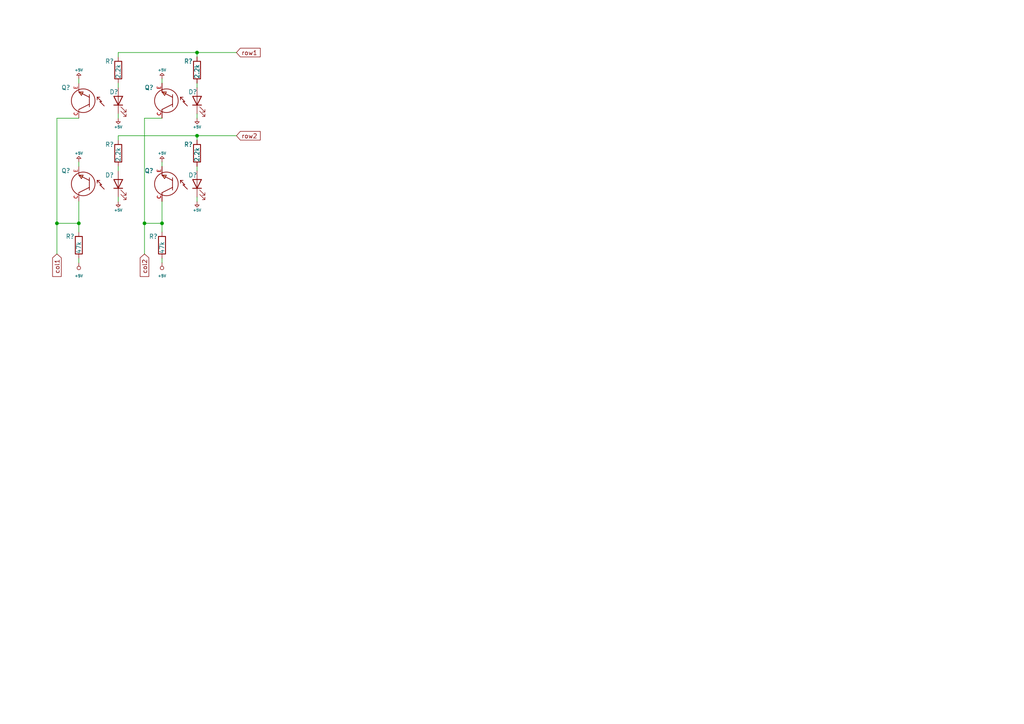
<source format=kicad_sch>
(kicad_sch (version 20211123) (generator eeschema)
  (paper "A4")
  (lib_symbols
    (symbol "Device:R" (pin_numbers hide) (pin_names (offset 0))
      (property "Reference" "R" (at 2.032 0 90))
      (property "Value" "R" (at 0 0 90))
      (symbol "R_0_1"
        (rectangle (start -1.016 -2.54) (end 1.016 2.54) (stroke (width 0.254)))
      )
      (symbol "R_1_1"
        (pin passive line (at 0 3.81 270) (length 1.27) (name "~") (number "1"))
        (pin passive line (at 0 -3.81 90) (length 1.27) (name "~") (number "2"))
      )
    )
    (symbol "PT12-21C_TR8:IR12-21C" (pin_numbers hide) (pin_names (offset 1.016) hide)
      (property "Reference" "D" (at 0 2.54 0))
      (property "Value" "IR12-21C" (at 0 -2.54 0))
      (symbol "IR12-21C_0_1"
        (polyline (pts (xy -1.27 -1.27) (xy -1.27 1.27)) (stroke (width 0.254)))
        (polyline (pts (xy -1.27 0) (xy 1.27 0)))
        (polyline (pts (xy 1.27 -1.27) (xy 1.27 1.27) (xy -1.27 0) (xy 1.27 -1.27)) (stroke (width 0.254)))
        (polyline (pts (xy -3.048 -0.762) (xy -4.572 -2.286) (xy -3.81 -2.286) (xy -4.572 -2.286) (xy -4.572 -1.524)))
        (polyline (pts (xy -1.778 -0.762) (xy -3.302 -2.286) (xy -2.54 -2.286) (xy -3.302 -2.286) (xy -3.302 -1.524)))
      )
      (symbol "IR12-21C_1_1"
        (pin passive line (at 3.81 0 180) (length 2.54) (name "A") (number "A"))
        (pin passive line (at -3.81 0 0) (length 2.54) (name "K") (number "K"))
      )
    )
    (symbol "PT12-21C_TR8:PT12-21C{slash}TR8" (pin_names (offset 1.016) hide)
      (property "Reference" "Q" (at -10.16 5.08 0))
      (property "Value" "PT12-21C{slash}TR8" (at -10.16 -7.62 0))
      (symbol "PT12-21C{slash}TR8_0_0"
        (polyline (pts (xy -4.826 1.524) (xy -3.556 0.254)) (stroke (width 0.2032)))
        (polyline (pts (xy -4.064 0.254) (xy -2.794 -1.016)) (stroke (width 0.2032)))
        (polyline (pts (xy -3.556 0.254) (xy -4.064 0.254)) (stroke (width 0.2032)))
        (polyline (pts (xy -2.794 -1.016) (xy -3.556 -1.016)) (stroke (width 0.2032)))
        (polyline (pts (xy -2.794 -1.016) (xy -2.794 -0.254)) (stroke (width 0.2032)))
        (polyline (pts (xy -0.508 -1.016) (xy -0.508 -1.778)) (stroke (width 0.2032)))
        (polyline (pts (xy -0.508 1.016) (xy -0.508 -1.016)) (stroke (width 0.2032)))
        (polyline (pts (xy -0.508 1.016) (xy -0.508 1.778)) (stroke (width 0.2032)))
        (polyline (pts (xy 2.54 -2.54) (xy -0.508 -1.016)) (stroke (width 0.2032)))
        (polyline (pts (xy 2.54 2.54) (xy -0.508 1.016)) (stroke (width 0.2032)))
        (polyline (pts (xy 1.778 -1.524) (xy 1.27 -2.54) (xy 2.54 -2.54) (xy 1.778 -1.524)) (stroke (width 0.2032)) (fill (type background)))
        (circle (center 1.27 0) (radius 3.429) (stroke (width 0.2032)))
        (pin passive line (at 2.54 5.08 270) (length 2.54) (name "~") (number "C"))
        (pin passive line (at 2.54 -5.08 90) (length 2.54) (name "~") (number "E"))
      )
    )
    (symbol "keyboard_parts:+3V3" (power) (pin_names (offset 0))
      (property "Value" "+3V3" (at 0 2.794 0))
      (symbol "+3V3_0_0"
        (pin power_in line (at 0 0 90) (length 0) hide (name "+5V") (number "1"))
      )
      (symbol "+3V3_0_1"
        (polyline (pts (xy 0 0) (xy 0 1.016) (xy 0 1.016)))
        (circle (center 0 1.524) (radius 0.508))
      )
    )
    (symbol "keyboard_parts:GND" (power) (pin_names (offset 0))
      (property "Value" "GND" (at 0 -2.54 0))
      (symbol "GND_0_0"
        (pin power_in line (at 0 0 90) (length 0) hide (name "+5V") (number "1"))
      )
      (symbol "GND_0_1"
        (polyline (pts (xy 0 -1.651) (xy 0.635 -1.016) (xy -0.635 -1.016) (xy 0 -1.651)))
      )
      (symbol "GND_1_1"
        (polyline (pts (xy 0 0) (xy 0 -1.016) (xy 0 -1.016)))
      )
    )
  )
  (junction (at 57.15 15.24))
  (junction (at 57.15 39.37))
  (junction (at 22.86 64.77))
  (junction (at 16.51 64.77))
  (junction (at 41.91 64.77))
  (junction (at 46.99 64.77))
  (wire (pts (xy 46.99 74.93) (xy 46.99 76.2)))
  (wire (pts (xy 16.51 34.29) (xy 16.51 64.77)))
  (wire (pts (xy 34.29 33.02) (xy 34.29 34.29)))
  (wire (pts (xy 34.29 48.26) (xy 34.29 49.53)))
  (wire (pts (xy 34.29 24.13) (xy 34.29 25.4)))
  (wire (pts (xy 46.99 58.42) (xy 46.99 64.77)))
  (wire (pts (xy 57.15 57.15) (xy 57.15 58.42)))
  (wire (pts (xy 22.86 64.77) (xy 22.86 67.31)))
  (wire (pts (xy 22.86 34.29) (xy 16.51 34.29)))
  (wire (pts (xy 46.99 22.86) (xy 46.99 24.13)))
  (wire (pts (xy 41.91 64.77) (xy 46.99 64.77)))
  (wire (pts (xy 22.86 22.86) (xy 22.86 24.13)))
  (wire (pts (xy 34.29 57.15) (xy 34.29 58.42)))
  (wire (pts (xy 46.99 64.77) (xy 46.99 67.31)))
  (wire (pts (xy 16.51 64.77) (xy 22.86 64.77)))
  (wire (pts (xy 34.29 15.24) (xy 34.29 16.51)))
  (wire (pts (xy 41.91 34.29) (xy 41.91 64.77)))
  (wire (pts (xy 57.15 48.26) (xy 57.15 49.53)))
  (wire (pts (xy 68.58 15.24) (xy 57.15 15.24)))
  (wire (pts (xy 41.91 73.66) (xy 41.91 64.77)))
  (wire (pts (xy 16.51 73.66) (xy 16.51 64.77)))
  (wire (pts (xy 46.99 46.99) (xy 46.99 48.26)))
  (wire (pts (xy 57.15 24.13) (xy 57.15 25.4)))
  (wire (pts (xy 57.15 39.37) (xy 34.29 39.37)))
  (wire (pts (xy 22.86 46.99) (xy 22.86 48.26)))
  (wire (pts (xy 22.86 74.93) (xy 22.86 76.2)))
  (wire (pts (xy 34.29 39.37) (xy 34.29 40.64)))
  (wire (pts (xy 22.86 58.42) (xy 22.86 64.77)))
  (wire (pts (xy 68.58 39.37) (xy 57.15 39.37)))
  (wire (pts (xy 57.15 39.37) (xy 57.15 40.64)))
  (wire (pts (xy 57.15 15.24) (xy 34.29 15.24)))
  (wire (pts (xy 57.15 15.24) (xy 57.15 16.51)))
  (wire (pts (xy 57.15 33.02) (xy 57.15 34.29)))
  (wire (pts (xy 46.99 34.29) (xy 41.91 34.29)))
  (global_label "row2" (shape input) (at 68.58 39.37 0) (property "Intersheet References" "${INTERSHEET_REFS}" (effects hide)))
  (global_label "col2" (shape input) (at 41.91 73.66 270) (property "Intersheet References" "${INTERSHEET_REFS}" (effects hide)))
  (global_label "row1" (shape input) (at 68.58 15.24 0) (property "Intersheet References" "${INTERSHEET_REFS}" (effects hide)))
  (global_label "col1" (shape input) (at 16.51 73.66 270) (property "Intersheet References" "${INTERSHEET_REFS}" (effects hide)))
  (symbol (lib_id "keyboard_parts:GND") (at 46.99 22.86 180) (unit 1)
    (property "Reference" "#PWR?" (effects hide))
    (property "Value" "GND" (at 46.99 20.32 0) (effects (font (size 0.762 0.762))))
  )
  (symbol (lib_id "PT12-21C_TR8:PT12-21C{slash}TR8") (at 25.4 53.34 180) (unit 1)
    (property "Reference" "Q?" (at 17.78 49.53 0) (effects (justify right)))
    (property "Value" "PT12-21C/TR8" (effects hide))
    (property "Footprint" "kicad-parts:TRANS_PT12-21C_TR8" (effects hide))
    (property "STANDARD" "Manufacturer Recommendations" (effects hide))
    (property "PARTREV" "4" (effects hide))
    (property "MF" "Everlight Electronics" (effects hide))
  )
  (symbol (lib_id "Device:R") (at 57.15 44.45 0) (unit 1)
    (property "Reference" "R?" (at 53.34 41.91 0) (effects (justify left)))
    (property "Value" "2.2k" (at 57.15 46.99 90) (effects (justify left)))
  )
  (symbol (lib_id "keyboard_parts:GND") (at 57.15 58.42 0) (unit 1)
    (property "Reference" "#PWR?" (effects hide))
    (property "Value" "GND" (at 57.15 60.96 0) (effects (font (size 0.762 0.762))))
  )
  (symbol (lib_id "keyboard_parts:GND") (at 22.86 46.99 180) (unit 1)
    (property "Reference" "#PWR?" (effects hide))
    (property "Value" "GND" (at 22.86 44.45 0) (effects (font (size 0.762 0.762))))
  )
  (symbol (lib_id "keyboard_parts:GND") (at 46.99 46.99 180) (unit 1)
    (property "Reference" "#PWR?" (effects hide))
    (property "Value" "GND" (at 46.99 44.45 0) (effects (font (size 0.762 0.762))))
  )
  (symbol (lib_id "keyboard_parts:GND") (at 57.15 34.29 0) (unit 1)
    (property "Reference" "#PWR?" (effects hide))
    (property "Value" "GND" (at 57.15 36.83 0) (effects (font (size 0.762 0.762))))
  )
  (symbol (lib_id "Device:R") (at 46.99 71.12 0) (unit 1)
    (property "Reference" "R?" (at 43.18 68.58 0) (effects (justify left)))
    (property "Value" "47k" (at 46.99 73.66 90) (effects (justify left)))
  )
  (symbol (lib_id "PT12-21C_TR8:PT12-21C{slash}TR8") (at 25.4 29.21 180) (unit 1)
    (property "Reference" "Q?" (at 17.78 25.4 0) (effects (justify right)))
    (property "Value" "PT12-21C/TR8" (effects hide))
    (property "Footprint" "kicad-parts:TRANS_PT12-21C_TR8" (effects hide))
    (property "STANDARD" "Manufacturer Recommendations" (effects hide))
    (property "PARTREV" "4" (effects hide))
    (property "MF" "Everlight Electronics" (effects hide))
  )
  (symbol (lib_id "keyboard_parts:GND") (at 34.29 58.42 0) (unit 1)
    (property "Reference" "#PWR?" (effects hide))
    (property "Value" "GND" (at 34.29 60.96 0) (effects (font (size 0.762 0.762))))
  )
  (symbol (lib_id "keyboard_parts:+3V3") (at 22.86 76.2 180) (unit 1)
    (property "Reference" "#PWR?" (effects hide))
    (property "Value" "+3V3" (at 22.86 80.01 0) (effects (font (size 0.762 0.762))))
  )
  (symbol (lib_id "Device:R") (at 34.29 20.32 0) (unit 1)
    (property "Reference" "R?" (at 30.48 17.78 0) (effects (justify left)))
    (property "Value" "2.2k" (at 34.29 22.86 90) (effects (justify left)))
  )
  (symbol (lib_id "keyboard_parts:GND") (at 22.86 22.86 180) (unit 1)
    (property "Reference" "#PWR?" (effects hide))
    (property "Value" "GND" (at 22.86 20.32 0) (effects (font (size 0.762 0.762))))
  )
  (symbol (lib_id "PT12-21C_TR8:PT12-21C{slash}TR8") (at 49.53 29.21 180) (unit 1)
    (property "Reference" "Q?" (at 41.91 25.4 0) (effects (justify right)))
    (property "Value" "PT12-21C/TR8" (effects hide))
    (property "Footprint" "kicad-parts:TRANS_PT12-21C_TR8" (effects hide))
    (property "STANDARD" "Manufacturer Recommendations" (effects hide))
    (property "PARTREV" "4" (effects hide))
    (property "MF" "Everlight Electronics" (effects hide))
  )
  (symbol (lib_id "Device:R") (at 34.29 44.45 0) (unit 1)
    (property "Reference" "R?" (at 30.48 41.91 0) (effects (justify left)))
    (property "Value" "2.2k" (at 34.29 46.99 90) (effects (justify left)))
  )
  (symbol (lib_id "Device:R") (at 57.15 20.32 0) (unit 1)
    (property "Reference" "R?" (at 53.34 17.78 0) (effects (justify left)))
    (property "Value" "2.2k" (at 57.15 22.86 90) (effects (justify left)))
  )
  (symbol (lib_id "PT12-21C_TR8:IR12-21C") (at 34.29 53.34 90) (unit 1)
    (property "Reference" "D?" (at 30.48 50.8 90) (effects (justify right)))
    (property "Value" "IR12-21C" (effects hide))
  )
  (symbol (lib_id "PT12-21C_TR8:IR12-21C") (at 34.29 29.21 90) (unit 1)
    (property "Reference" "D?" (at 31.75 26.67 90) (effects (justify right)))
    (property "Value" "IR12-21C" (effects hide))
  )
  (symbol (lib_id "keyboard_parts:+3V3") (at 46.99 76.2 180) (unit 1)
    (property "Reference" "#PWR?" (effects hide))
    (property "Value" "+3V3" (at 46.99 80.01 0) (effects (font (size 0.762 0.762))))
  )
  (symbol (lib_id "Device:R") (at 22.86 71.12 0) (unit 1)
    (property "Reference" "R?" (at 19.05 68.58 0) (effects (justify left)))
    (property "Value" "47k" (at 22.86 73.66 90) (effects (justify left)))
  )
  (symbol (lib_id "PT12-21C_TR8:PT12-21C{slash}TR8") (at 49.53 53.34 180) (unit 1)
    (property "Reference" "Q?" (at 41.91 49.53 0) (effects (justify right)))
    (property "Value" "PT12-21C/TR8" (effects hide))
    (property "Footprint" "kicad-parts:TRANS_PT12-21C_TR8" (effects hide))
    (property "STANDARD" "Manufacturer Recommendations" (effects hide))
    (property "PARTREV" "4" (effects hide))
    (property "MF" "Everlight Electronics" (effects hide))
  )
  (symbol (lib_id "PT12-21C_TR8:IR12-21C") (at 57.15 53.34 90) (unit 1)
    (property "Reference" "D?" (at 54.61 50.8 90) (effects (justify right)))
    (property "Value" "IR12-21C" (effects hide))
  )
  (symbol (lib_id "keyboard_parts:GND") (at 34.29 34.29 0) (unit 1)
    (property "Reference" "#PWR?" (effects hide))
    (property "Value" "GND" (at 34.29 36.83 0) (effects (font (size 0.762 0.762))))
  )
  (symbol (lib_id "PT12-21C_TR8:IR12-21C") (at 57.15 29.21 90) (unit 1)
    (property "Reference" "D?" (at 54.61 26.67 90) (effects (justify right)))
    (property "Value" "IR12-21C" (effects hide))
  )
)
</source>
